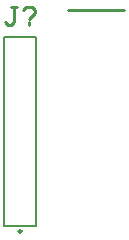
<source format=gto>
G04*
G04 #@! TF.GenerationSoftware,Altium Limited,Altium Designer,21.8.1 (53)*
G04*
G04 Layer_Color=65535*
%FSLAX25Y25*%
%MOIN*%
G70*
G04*
G04 #@! TF.SameCoordinates,6D52438F-181F-4359-BA43-D279BE9F4066*
G04*
G04*
G04 #@! TF.FilePolarity,Positive*
G04*
G01*
G75*
%ADD10C,0.00984*%
%ADD11C,0.00787*%
%ADD12C,0.01000*%
D10*
X116992Y98614D02*
G03*
X116992Y98614I-492J0D01*
G01*
D11*
X111185Y100524D02*
X121815D01*
Y163476D01*
X111185D02*
X121815D01*
X111185Y100524D02*
Y163476D01*
D12*
X132445Y172240D02*
X151260D01*
X115299Y173398D02*
X113299D01*
X114299D01*
Y168400D01*
X113299Y167400D01*
X112300D01*
X111300Y168400D01*
X117298Y172398D02*
X118298Y173398D01*
X120297D01*
X121297Y172398D01*
Y171399D01*
X119297Y169399D01*
Y168400D02*
Y167400D01*
M02*

</source>
